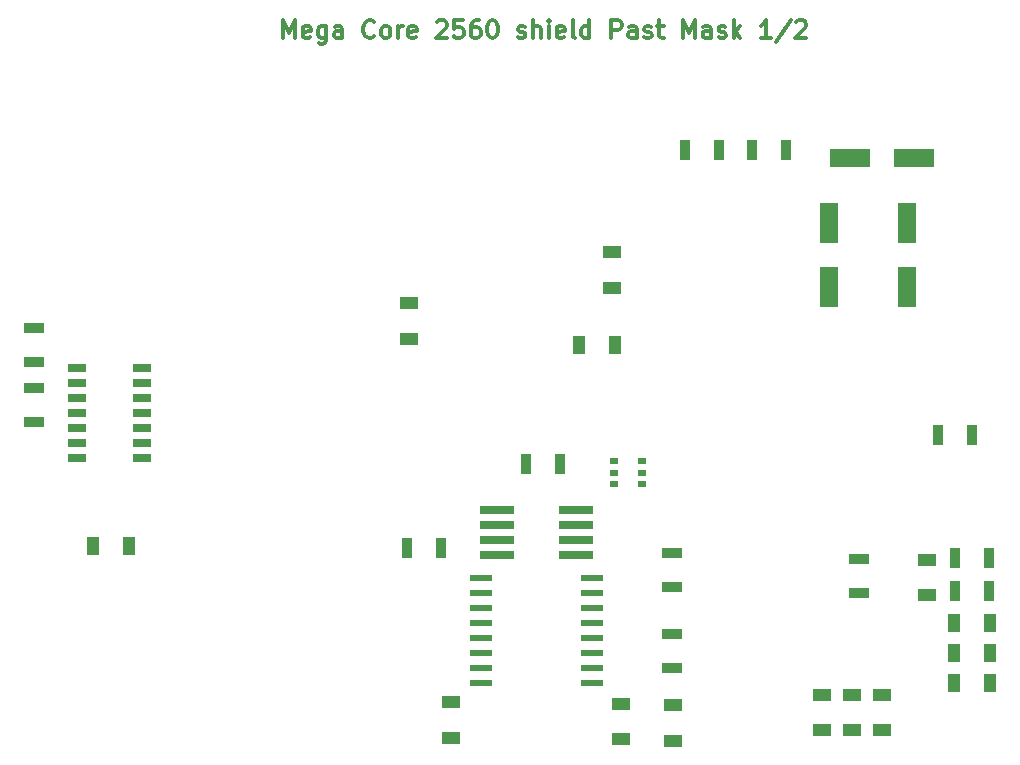
<source format=gbr>
G04 #@! TF.FileFunction,Paste,Top*
%FSLAX46Y46*%
G04 Gerber Fmt 4.6, Leading zero omitted, Abs format (unit mm)*
G04 Created by KiCad (PCBNEW 4.0.7) date 11/20/17 08:28:58*
%MOMM*%
%LPD*%
G01*
G04 APERTURE LIST*
%ADD10C,0.100000*%
%ADD11C,0.300000*%
%ADD12R,1.000000X1.600000*%
%ADD13R,0.900000X1.700000*%
%ADD14R,1.600000X1.000000*%
%ADD15R,1.700000X0.900000*%
%ADD16R,1.980000X0.530000*%
%ADD17R,3.000000X0.650000*%
%ADD18R,0.800000X0.550000*%
%ADD19R,1.597660X0.698500*%
%ADD20R,3.500000X1.600000*%
%ADD21R,1.600000X3.500000*%
G04 APERTURE END LIST*
D10*
D11*
X164425378Y-58113051D02*
X164425378Y-56613051D01*
X164925378Y-57684480D01*
X165425378Y-56613051D01*
X165425378Y-58113051D01*
X166711092Y-58041623D02*
X166568235Y-58113051D01*
X166282521Y-58113051D01*
X166139664Y-58041623D01*
X166068235Y-57898766D01*
X166068235Y-57327337D01*
X166139664Y-57184480D01*
X166282521Y-57113051D01*
X166568235Y-57113051D01*
X166711092Y-57184480D01*
X166782521Y-57327337D01*
X166782521Y-57470194D01*
X166068235Y-57613051D01*
X168068235Y-57113051D02*
X168068235Y-58327337D01*
X167996806Y-58470194D01*
X167925378Y-58541623D01*
X167782521Y-58613051D01*
X167568235Y-58613051D01*
X167425378Y-58541623D01*
X168068235Y-58041623D02*
X167925378Y-58113051D01*
X167639664Y-58113051D01*
X167496806Y-58041623D01*
X167425378Y-57970194D01*
X167353949Y-57827337D01*
X167353949Y-57398766D01*
X167425378Y-57255909D01*
X167496806Y-57184480D01*
X167639664Y-57113051D01*
X167925378Y-57113051D01*
X168068235Y-57184480D01*
X169425378Y-58113051D02*
X169425378Y-57327337D01*
X169353949Y-57184480D01*
X169211092Y-57113051D01*
X168925378Y-57113051D01*
X168782521Y-57184480D01*
X169425378Y-58041623D02*
X169282521Y-58113051D01*
X168925378Y-58113051D01*
X168782521Y-58041623D01*
X168711092Y-57898766D01*
X168711092Y-57755909D01*
X168782521Y-57613051D01*
X168925378Y-57541623D01*
X169282521Y-57541623D01*
X169425378Y-57470194D01*
X172139664Y-57970194D02*
X172068235Y-58041623D01*
X171853949Y-58113051D01*
X171711092Y-58113051D01*
X171496807Y-58041623D01*
X171353949Y-57898766D01*
X171282521Y-57755909D01*
X171211092Y-57470194D01*
X171211092Y-57255909D01*
X171282521Y-56970194D01*
X171353949Y-56827337D01*
X171496807Y-56684480D01*
X171711092Y-56613051D01*
X171853949Y-56613051D01*
X172068235Y-56684480D01*
X172139664Y-56755909D01*
X172996807Y-58113051D02*
X172853949Y-58041623D01*
X172782521Y-57970194D01*
X172711092Y-57827337D01*
X172711092Y-57398766D01*
X172782521Y-57255909D01*
X172853949Y-57184480D01*
X172996807Y-57113051D01*
X173211092Y-57113051D01*
X173353949Y-57184480D01*
X173425378Y-57255909D01*
X173496807Y-57398766D01*
X173496807Y-57827337D01*
X173425378Y-57970194D01*
X173353949Y-58041623D01*
X173211092Y-58113051D01*
X172996807Y-58113051D01*
X174139664Y-58113051D02*
X174139664Y-57113051D01*
X174139664Y-57398766D02*
X174211092Y-57255909D01*
X174282521Y-57184480D01*
X174425378Y-57113051D01*
X174568235Y-57113051D01*
X175639663Y-58041623D02*
X175496806Y-58113051D01*
X175211092Y-58113051D01*
X175068235Y-58041623D01*
X174996806Y-57898766D01*
X174996806Y-57327337D01*
X175068235Y-57184480D01*
X175211092Y-57113051D01*
X175496806Y-57113051D01*
X175639663Y-57184480D01*
X175711092Y-57327337D01*
X175711092Y-57470194D01*
X174996806Y-57613051D01*
X177425377Y-56755909D02*
X177496806Y-56684480D01*
X177639663Y-56613051D01*
X177996806Y-56613051D01*
X178139663Y-56684480D01*
X178211092Y-56755909D01*
X178282520Y-56898766D01*
X178282520Y-57041623D01*
X178211092Y-57255909D01*
X177353949Y-58113051D01*
X178282520Y-58113051D01*
X179639663Y-56613051D02*
X178925377Y-56613051D01*
X178853948Y-57327337D01*
X178925377Y-57255909D01*
X179068234Y-57184480D01*
X179425377Y-57184480D01*
X179568234Y-57255909D01*
X179639663Y-57327337D01*
X179711091Y-57470194D01*
X179711091Y-57827337D01*
X179639663Y-57970194D01*
X179568234Y-58041623D01*
X179425377Y-58113051D01*
X179068234Y-58113051D01*
X178925377Y-58041623D01*
X178853948Y-57970194D01*
X180996805Y-56613051D02*
X180711091Y-56613051D01*
X180568234Y-56684480D01*
X180496805Y-56755909D01*
X180353948Y-56970194D01*
X180282519Y-57255909D01*
X180282519Y-57827337D01*
X180353948Y-57970194D01*
X180425376Y-58041623D01*
X180568234Y-58113051D01*
X180853948Y-58113051D01*
X180996805Y-58041623D01*
X181068234Y-57970194D01*
X181139662Y-57827337D01*
X181139662Y-57470194D01*
X181068234Y-57327337D01*
X180996805Y-57255909D01*
X180853948Y-57184480D01*
X180568234Y-57184480D01*
X180425376Y-57255909D01*
X180353948Y-57327337D01*
X180282519Y-57470194D01*
X182068233Y-56613051D02*
X182211090Y-56613051D01*
X182353947Y-56684480D01*
X182425376Y-56755909D01*
X182496805Y-56898766D01*
X182568233Y-57184480D01*
X182568233Y-57541623D01*
X182496805Y-57827337D01*
X182425376Y-57970194D01*
X182353947Y-58041623D01*
X182211090Y-58113051D01*
X182068233Y-58113051D01*
X181925376Y-58041623D01*
X181853947Y-57970194D01*
X181782519Y-57827337D01*
X181711090Y-57541623D01*
X181711090Y-57184480D01*
X181782519Y-56898766D01*
X181853947Y-56755909D01*
X181925376Y-56684480D01*
X182068233Y-56613051D01*
X184282518Y-58041623D02*
X184425375Y-58113051D01*
X184711090Y-58113051D01*
X184853947Y-58041623D01*
X184925375Y-57898766D01*
X184925375Y-57827337D01*
X184853947Y-57684480D01*
X184711090Y-57613051D01*
X184496804Y-57613051D01*
X184353947Y-57541623D01*
X184282518Y-57398766D01*
X184282518Y-57327337D01*
X184353947Y-57184480D01*
X184496804Y-57113051D01*
X184711090Y-57113051D01*
X184853947Y-57184480D01*
X185568233Y-58113051D02*
X185568233Y-56613051D01*
X186211090Y-58113051D02*
X186211090Y-57327337D01*
X186139661Y-57184480D01*
X185996804Y-57113051D01*
X185782519Y-57113051D01*
X185639661Y-57184480D01*
X185568233Y-57255909D01*
X186925376Y-58113051D02*
X186925376Y-57113051D01*
X186925376Y-56613051D02*
X186853947Y-56684480D01*
X186925376Y-56755909D01*
X186996804Y-56684480D01*
X186925376Y-56613051D01*
X186925376Y-56755909D01*
X188211090Y-58041623D02*
X188068233Y-58113051D01*
X187782519Y-58113051D01*
X187639662Y-58041623D01*
X187568233Y-57898766D01*
X187568233Y-57327337D01*
X187639662Y-57184480D01*
X187782519Y-57113051D01*
X188068233Y-57113051D01*
X188211090Y-57184480D01*
X188282519Y-57327337D01*
X188282519Y-57470194D01*
X187568233Y-57613051D01*
X189139662Y-58113051D02*
X188996804Y-58041623D01*
X188925376Y-57898766D01*
X188925376Y-56613051D01*
X190353947Y-58113051D02*
X190353947Y-56613051D01*
X190353947Y-58041623D02*
X190211090Y-58113051D01*
X189925376Y-58113051D01*
X189782518Y-58041623D01*
X189711090Y-57970194D01*
X189639661Y-57827337D01*
X189639661Y-57398766D01*
X189711090Y-57255909D01*
X189782518Y-57184480D01*
X189925376Y-57113051D01*
X190211090Y-57113051D01*
X190353947Y-57184480D01*
X192211090Y-58113051D02*
X192211090Y-56613051D01*
X192782518Y-56613051D01*
X192925376Y-56684480D01*
X192996804Y-56755909D01*
X193068233Y-56898766D01*
X193068233Y-57113051D01*
X192996804Y-57255909D01*
X192925376Y-57327337D01*
X192782518Y-57398766D01*
X192211090Y-57398766D01*
X194353947Y-58113051D02*
X194353947Y-57327337D01*
X194282518Y-57184480D01*
X194139661Y-57113051D01*
X193853947Y-57113051D01*
X193711090Y-57184480D01*
X194353947Y-58041623D02*
X194211090Y-58113051D01*
X193853947Y-58113051D01*
X193711090Y-58041623D01*
X193639661Y-57898766D01*
X193639661Y-57755909D01*
X193711090Y-57613051D01*
X193853947Y-57541623D01*
X194211090Y-57541623D01*
X194353947Y-57470194D01*
X194996804Y-58041623D02*
X195139661Y-58113051D01*
X195425376Y-58113051D01*
X195568233Y-58041623D01*
X195639661Y-57898766D01*
X195639661Y-57827337D01*
X195568233Y-57684480D01*
X195425376Y-57613051D01*
X195211090Y-57613051D01*
X195068233Y-57541623D01*
X194996804Y-57398766D01*
X194996804Y-57327337D01*
X195068233Y-57184480D01*
X195211090Y-57113051D01*
X195425376Y-57113051D01*
X195568233Y-57184480D01*
X196068233Y-57113051D02*
X196639662Y-57113051D01*
X196282519Y-56613051D02*
X196282519Y-57898766D01*
X196353947Y-58041623D01*
X196496805Y-58113051D01*
X196639662Y-58113051D01*
X198282519Y-58113051D02*
X198282519Y-56613051D01*
X198782519Y-57684480D01*
X199282519Y-56613051D01*
X199282519Y-58113051D01*
X200639662Y-58113051D02*
X200639662Y-57327337D01*
X200568233Y-57184480D01*
X200425376Y-57113051D01*
X200139662Y-57113051D01*
X199996805Y-57184480D01*
X200639662Y-58041623D02*
X200496805Y-58113051D01*
X200139662Y-58113051D01*
X199996805Y-58041623D01*
X199925376Y-57898766D01*
X199925376Y-57755909D01*
X199996805Y-57613051D01*
X200139662Y-57541623D01*
X200496805Y-57541623D01*
X200639662Y-57470194D01*
X201282519Y-58041623D02*
X201425376Y-58113051D01*
X201711091Y-58113051D01*
X201853948Y-58041623D01*
X201925376Y-57898766D01*
X201925376Y-57827337D01*
X201853948Y-57684480D01*
X201711091Y-57613051D01*
X201496805Y-57613051D01*
X201353948Y-57541623D01*
X201282519Y-57398766D01*
X201282519Y-57327337D01*
X201353948Y-57184480D01*
X201496805Y-57113051D01*
X201711091Y-57113051D01*
X201853948Y-57184480D01*
X202568234Y-58113051D02*
X202568234Y-56613051D01*
X202711091Y-57541623D02*
X203139662Y-58113051D01*
X203139662Y-57113051D02*
X202568234Y-57684480D01*
X205711091Y-58113051D02*
X204853948Y-58113051D01*
X205282520Y-58113051D02*
X205282520Y-56613051D01*
X205139663Y-56827337D01*
X204996805Y-56970194D01*
X204853948Y-57041623D01*
X207425376Y-56541623D02*
X206139662Y-58470194D01*
X207853948Y-56755909D02*
X207925377Y-56684480D01*
X208068234Y-56613051D01*
X208425377Y-56613051D01*
X208568234Y-56684480D01*
X208639663Y-56755909D01*
X208711091Y-56898766D01*
X208711091Y-57041623D01*
X208639663Y-57255909D01*
X207782520Y-58113051D01*
X208711091Y-58113051D01*
D12*
X224227520Y-112679480D03*
X221227520Y-112679480D03*
X224227520Y-110139480D03*
X221227520Y-110139480D03*
X224227520Y-107599480D03*
X221227520Y-107599480D03*
D13*
X221277520Y-104932480D03*
X224177520Y-104932480D03*
X221277520Y-102138480D03*
X224177520Y-102138480D03*
D14*
X218917520Y-102289480D03*
X218917520Y-105289480D03*
X215107520Y-116719480D03*
X215107520Y-113719480D03*
X212567520Y-116719480D03*
X212567520Y-113719480D03*
X210027520Y-116719480D03*
X210027520Y-113719480D03*
D15*
X213202520Y-105112480D03*
X213202520Y-102212480D03*
D13*
X219880520Y-91724480D03*
X222780520Y-91724480D03*
X207032520Y-67594480D03*
X204132520Y-67594480D03*
X201317520Y-67594480D03*
X198417520Y-67594480D03*
D14*
X197454520Y-114608480D03*
X197454520Y-117608480D03*
X193009520Y-117481480D03*
X193009520Y-114481480D03*
X178658520Y-117354480D03*
X178658520Y-114354480D03*
D16*
X181212520Y-103789480D03*
X181212520Y-105059480D03*
X181212520Y-106329480D03*
X181212520Y-107599480D03*
X181212520Y-108869480D03*
X181212520Y-110139480D03*
X181212520Y-111409480D03*
X181212520Y-112679480D03*
X190582520Y-112679480D03*
X190582520Y-111409480D03*
X190582520Y-110139480D03*
X190582520Y-108869480D03*
X190582520Y-107599480D03*
X190582520Y-106329480D03*
X190582520Y-105059480D03*
X190582520Y-103789480D03*
D15*
X197327520Y-111462480D03*
X197327520Y-108562480D03*
X197327520Y-104604480D03*
X197327520Y-101704480D03*
D13*
X177822520Y-101249480D03*
X174922520Y-101249480D03*
D17*
X189247520Y-98074480D03*
X189247520Y-99344480D03*
X189247520Y-100614480D03*
X189247520Y-101884480D03*
X182547520Y-101884480D03*
X182547520Y-100614480D03*
X182547520Y-99344480D03*
X182547520Y-98074480D03*
D18*
X192444520Y-93949480D03*
X192444520Y-94899480D03*
X192444520Y-95849480D03*
X194844520Y-95849480D03*
X194844520Y-94899480D03*
X194844520Y-93949480D03*
D13*
X187855520Y-94137480D03*
X184955520Y-94137480D03*
D15*
X143352520Y-85554480D03*
X143352520Y-82654480D03*
X143352520Y-90634480D03*
X143352520Y-87734480D03*
D19*
X146954240Y-86012020D03*
X146954240Y-87282020D03*
X146954240Y-88552020D03*
X146954240Y-89819480D03*
X146954240Y-91086940D03*
X146954240Y-92356940D03*
X146954240Y-93626940D03*
X152450800Y-93626940D03*
X152450800Y-92356940D03*
X152450800Y-91086940D03*
X152450800Y-89819480D03*
X152450800Y-88552020D03*
X152450800Y-87282020D03*
X152450800Y-86012020D03*
D12*
X151329520Y-101122480D03*
X148329520Y-101122480D03*
D14*
X175102520Y-83572480D03*
X175102520Y-80572480D03*
D12*
X192477520Y-84104480D03*
X189477520Y-84104480D03*
D20*
X212407520Y-68229480D03*
X217807520Y-68229480D03*
D14*
X192247520Y-79254480D03*
X192247520Y-76254480D03*
D21*
X217266520Y-79184480D03*
X217266520Y-73784480D03*
X210662520Y-73784480D03*
X210662520Y-79184480D03*
M02*

</source>
